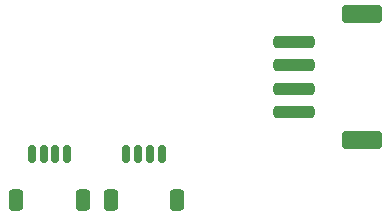
<source format=gbr>
%TF.GenerationSoftware,KiCad,Pcbnew,7.0.5-7.0.5~ubuntu22.04.1*%
%TF.CreationDate,2023-07-02T20:15:11+01:00*%
%TF.ProjectId,sensorboard-v4-base-station,73656e73-6f72-4626-9f61-72642d76342d,rev?*%
%TF.SameCoordinates,Original*%
%TF.FileFunction,Paste,Top*%
%TF.FilePolarity,Positive*%
%FSLAX46Y46*%
G04 Gerber Fmt 4.6, Leading zero omitted, Abs format (unit mm)*
G04 Created by KiCad (PCBNEW 7.0.5-7.0.5~ubuntu22.04.1) date 2023-07-02 20:15:11*
%MOMM*%
%LPD*%
G01*
G04 APERTURE LIST*
G04 Aperture macros list*
%AMRoundRect*
0 Rectangle with rounded corners*
0 $1 Rounding radius*
0 $2 $3 $4 $5 $6 $7 $8 $9 X,Y pos of 4 corners*
0 Add a 4 corners polygon primitive as box body*
4,1,4,$2,$3,$4,$5,$6,$7,$8,$9,$2,$3,0*
0 Add four circle primitives for the rounded corners*
1,1,$1+$1,$2,$3*
1,1,$1+$1,$4,$5*
1,1,$1+$1,$6,$7*
1,1,$1+$1,$8,$9*
0 Add four rect primitives between the rounded corners*
20,1,$1+$1,$2,$3,$4,$5,0*
20,1,$1+$1,$4,$5,$6,$7,0*
20,1,$1+$1,$6,$7,$8,$9,0*
20,1,$1+$1,$8,$9,$2,$3,0*%
G04 Aperture macros list end*
%ADD10RoundRect,0.250001X1.449999X-0.499999X1.449999X0.499999X-1.449999X0.499999X-1.449999X-0.499999X0*%
%ADD11RoundRect,0.250000X1.500000X-0.250000X1.500000X0.250000X-1.500000X0.250000X-1.500000X-0.250000X0*%
%ADD12RoundRect,0.250000X-0.350000X-0.650000X0.350000X-0.650000X0.350000X0.650000X-0.350000X0.650000X0*%
%ADD13RoundRect,0.150000X-0.150000X-0.625000X0.150000X-0.625000X0.150000X0.625000X-0.150000X0.625000X0*%
G04 APERTURE END LIST*
D10*
%TO.C,StGr1*%
X54451860Y6350000D03*
D11*
X48701860Y8700000D03*
D10*
X54451860Y17050000D03*
D11*
X48701860Y14700000D03*
X48701860Y12700000D03*
X48701860Y10700000D03*
%TD*%
D12*
%TO.C,StQTQw1*%
X25218320Y1265646D03*
D13*
X26518320Y5140646D03*
D12*
X30818320Y1265646D03*
D13*
X29518320Y5140646D03*
X28518320Y5140646D03*
X27518320Y5140646D03*
%TD*%
D12*
%TO.C,StQTQw2*%
X33218320Y1265646D03*
D13*
X34518320Y5140646D03*
D12*
X38818320Y1265646D03*
D13*
X37518320Y5140646D03*
X36518320Y5140646D03*
X35518320Y5140646D03*
%TD*%
M02*

</source>
